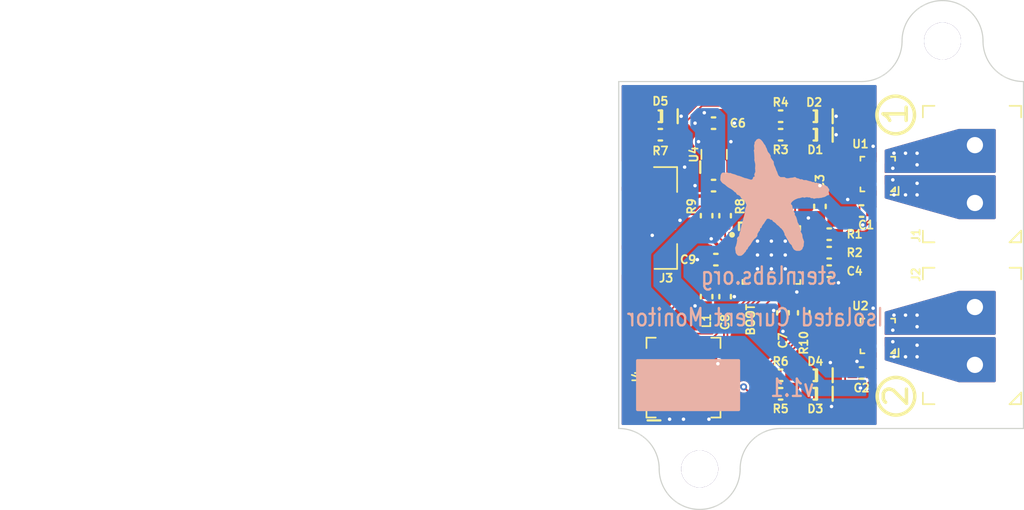
<source format=kicad_pcb>
(kicad_pcb (version 4) (host pcbnew "(2015-12-04 BZR 6348, Git e413c8e)-product")
  (title_block (title "2x Isolated Current Monitor") (date 2015-12-21) (rev 1.1) (company sternlabs) (comment 1 "(c) 2015 Simon Schubert"))
  (layers (0 F.Cu signal) (31 B.Cu signal) (34 B.Paste user) (35 F.Paste user) (36 B.SilkS user) (37 F.SilkS user) (38 B.Mask user) (39 F.Mask user) (44 Edge.Cuts user))
  (net 0 "")
  (net 1 +3V3)
  (net 2 COM)
  (net 3 /CURRENT1)
  (net 4 /CURRENT2)
  (net 5 /VBUS)
  (net 6 "Net-(C8-Pad1)")
  (net 7 "Net-(D1-PadA)")
  (net 8 "Net-(D2-PadA)")
  (net 9 "Net-(D3-PadA)")
  (net 10 "Net-(D4-PadA)")
  (net 11 "Net-(D5-PadA)")
  (net 12 "Net-(R1-Pad1)")
  (net 13 "Net-(R2-Pad1)")
  (net 14 "Net-(J1-Pad1)")
  (net 15 "Net-(J1-Pad2)")
  (net 16 "Net-(J2-Pad1)")
  (net 17 "Net-(J2-Pad2)")
  (net 18 /USBDM)
  (net 19 /USBDP)
  (net 20 /SWDIO)
  (net 21 /SWDCLK)
  (net 22 /UART_TX)
  (net 23 /UART_RX)
  (net 24 /~RESET)
  (net 25 /LED1L)
  (net 26 /LED1H)
  (net 27 /LED2L)
  (net 28 /LED2H)
  (net 29 /LEDACT)
  (net 30 "Net-(R8-Pad2)")
  (net 31 "Net-(R9-Pad2)")
  (net 32 /BOOT0CFG)
  (module libs:SMD-1608 (layer F.Cu) (at 172.2 101.6)
    (fp_text reference C8 (at 0 2.2 90) (layer F.SilkS) (effects (font (size 0.7 0.7))))
    (fp_text value 0.1u hide)
    (pad 1 smd rect (at 0 -0.8) (size 0.9 0.8) (layers F.Cu F.Paste F.Mask) (net 6 "Net-(C8-Pad1)"))
    (pad 2 smd rect (at 0 0.8) (size 0.9 0.8) (layers F.Cu F.Paste F.Mask) (net 2 COM))
  )
  (module libs:SMD-1608 (layer F.Cu) (at 184 94.2 270)
    (fp_text reference C1 (at 1.2 -0.4 360) (layer F.SilkS) (effects (font (size 0.7 0.7))))
    (fp_text value 0.1u hide)
    (pad 1 smd rect (at 0 -0.8 270) (size 0.9 0.8) (layers F.Cu F.Paste F.Mask) (net 1 +3V3))
    (pad 2 smd rect (at 0 0.8 270) (size 0.9 0.8) (layers F.Cu F.Paste F.Mask) (net 2 COM))
  )
  (module libs:SMD-1608 (layer F.Cu) (at 184 108.2 270)
    (fp_text reference C2 (at 1.3 0 360) (layer F.SilkS) (effects (font (size 0.7 0.7))))
    (fp_text value 0.1u hide)
    (pad 1 smd rect (at 0 -0.8 270) (size 0.9 0.8) (layers F.Cu F.Paste F.Mask) (net 1 +3V3))
    (pad 2 smd rect (at 0 0.8 270) (size 0.9 0.8) (layers F.Cu F.Paste F.Mask) (net 2 COM))
  )
  (module libs:SMD-1608 (layer F.Cu) (at 180.4 93.8 180)
    (fp_text reference C3 (at 0 2.1 270) (layer F.SilkS) (effects (font (size 0.7 0.7))))
    (fp_text value 1n hide)
    (pad 1 smd rect (at 0 -0.8 180) (size 0.9 0.8) (layers F.Cu F.Paste F.Mask) (net 3 /CURRENT1))
    (pad 2 smd rect (at 0 0.8 180) (size 0.9 0.8) (layers F.Cu F.Paste F.Mask) (net 2 COM))
  )
  (module libs:SMD-1608 (layer F.Cu) (at 181.2 99.4 90)
    (fp_text reference C4 (at 0 2.2 180) (layer F.SilkS) (effects (font (size 0.7 0.7))))
    (fp_text value 1n hide)
    (pad 1 smd rect (at 0 -0.8 90) (size 0.9 0.8) (layers F.Cu F.Paste F.Mask) (net 4 /CURRENT2))
    (pad 2 smd rect (at 0 0.8 90) (size 0.9 0.8) (layers F.Cu F.Paste F.Mask) (net 2 COM))
  )
  (module libs:SMD-1608 (layer F.Cu) (at 171.2 92 270)
    (fp_text reference C5 (at 0 -2.2 540) (layer F.SilkS) (effects (font (size 0.7 0.7))))
    (fp_text value 1.0u hide)
    (pad 1 smd rect (at 0 -0.8 270) (size 0.9 0.8) (layers F.Cu F.Paste F.Mask) (net 5 /VBUS))
    (pad 2 smd rect (at 0 0.8 270) (size 0.9 0.8) (layers F.Cu F.Paste F.Mask) (net 2 COM))
  )
  (module libs:SMD-1608 (layer F.Cu) (at 171.2 86.6 90)
    (fp_text reference C6 (at 0 2.1 180) (layer F.SilkS) (effects (font (size 0.7 0.7))))
    (fp_text value 1.0u hide)
    (pad 1 smd rect (at 0 -0.8 90) (size 0.9 0.8) (layers F.Cu F.Paste F.Mask) (net 1 +3V3))
    (pad 2 smd rect (at 0 0.8 90) (size 0.9 0.8) (layers F.Cu F.Paste F.Mask) (net 2 COM))
  )
  (module libs:SMD-1608 (layer F.Cu) (at 177.2 103)
    (fp_text reference C7 (at 0 2.4 90) (layer F.SilkS) (effects (font (size 0.7 0.7))))
    (fp_text value 0.1u hide)
    (pad 1 smd rect (at 0 -0.8) (size 0.9 0.8) (layers F.Cu F.Paste F.Mask) (net 1 +3V3))
    (pad 2 smd rect (at 0 0.8) (size 0.9 0.8) (layers F.Cu F.Paste F.Mask) (net 2 COM))
  )
  (module libs:SMD-1608-LED (layer F.Cu) (at 180 87.6 90)
    (fp_text reference D1 (at -1.3 0 180) (layer F.SilkS) (effects (font (size 0.7 0.7))))
    (fp_text value LED hide)
    (pad A smd rect (at 0 -0.8 90) (size 0.9 0.8) (layers F.Cu F.Paste F.Mask) (net 7 "Net-(D1-PadA)"))
    (pad C smd rect (at 0 0.8 90) (size 0.9 0.8) (layers F.Cu F.Paste F.Mask) (net 2 COM))
  )
  (module libs:SMD-1608-LED (layer F.Cu) (at 180 86 90)
    (fp_text reference D2 (at 1.2 -0.1 180) (layer F.SilkS) (effects (font (size 0.7 0.7))))
    (fp_text value LED hide)
    (pad A smd rect (at 0 -0.8 90) (size 0.9 0.8) (layers F.Cu F.Paste F.Mask) (net 8 "Net-(D2-PadA)"))
    (pad C smd rect (at 0 0.8 90) (size 0.9 0.8) (layers F.Cu F.Paste F.Mask) (net 2 COM))
  )
  (module libs:SMD-1608-LED (layer F.Cu) (at 180 110 90)
    (fp_text reference D3 (at -1.3 0 180) (layer F.SilkS) (effects (font (size 0.7 0.7))))
    (fp_text value LED hide)
    (pad A smd rect (at 0 -0.8 90) (size 0.9 0.8) (layers F.Cu F.Paste F.Mask) (net 9 "Net-(D3-PadA)"))
    (pad C smd rect (at 0 0.8 90) (size 0.9 0.8) (layers F.Cu F.Paste F.Mask) (net 2 COM))
  )
  (module libs:SMD-1608-LED (layer F.Cu) (at 180 108.4 90)
    (fp_text reference D4 (at 1.2 0 180) (layer F.SilkS) (effects (font (size 0.7 0.7))))
    (fp_text value LED hide)
    (pad A smd rect (at 0 -0.8 90) (size 0.9 0.8) (layers F.Cu F.Paste F.Mask) (net 10 "Net-(D4-PadA)"))
    (pad C smd rect (at 0 0.8 90) (size 0.9 0.8) (layers F.Cu F.Paste F.Mask) (net 2 COM))
  )
  (module libs:SMD-1608-LED (layer F.Cu) (at 166.6 86 90)
    (fp_text reference D5 (at 1.3 0 180) (layer F.SilkS) (effects (font (size 0.7 0.7))))
    (fp_text value LED hide)
    (pad A smd rect (at 0 -0.8 90) (size 0.9 0.8) (layers F.Cu F.Paste F.Mask) (net 11 "Net-(D5-PadA)"))
    (pad C smd rect (at 0 0.8 90) (size 0.9 0.8) (layers F.Cu F.Paste F.Mask) (net 2 COM))
  )
  (module libs:USB-MICRO-B-FCI-10118192 (layer F.Cu) (at 164.45 94.8 270)
    (fp_text reference J3 (at 5.2 -2.65 360) (layer F.SilkS) (effects (font (size 0.7 0.7))))
    (fp_text value USB-MICROB hide)
    (pad SHIE smd rect (at -3.1 -2.55 270) (size 2.1 1.6) (layers F.Cu F.Paste F.Mask) (net 2 COM))
    (pad SHIE smd rect (at 3.1 -2.55 270) (size 2.1 1.6) (layers F.Cu F.Paste F.Mask) (net 2 COM))
    (pad "" smd rect (at -1.2 0 270) (size 1.9 1.9) (layers F.Cu F.Paste F.Mask))
    (pad "" smd rect (at 1.2 0 270) (size 1.9 1.9) (layers F.Cu F.Paste F.Mask))
    (pad 1 smd rect (at -1.3 -2.675 270) (size 0.4 1.35) (layers F.Cu F.Paste F.Mask) (net 5 /VBUS))
    (pad 2 smd rect (at -0.65 -2.675 270) (size 0.4 1.35) (layers F.Cu F.Paste F.Mask) (net 18 /USBDM))
    (pad 3 smd rect (at 0 -2.675 270) (size 0.4 1.35) (layers F.Cu F.Paste F.Mask) (net 19 /USBDP))
    (pad 4 smd rect (at 0.65 -2.675 270) (size 0.4 1.35) (layers F.Cu F.Paste F.Mask))
    (pad 5 smd rect (at 1.3 -2.675 270) (size 0.4 1.35) (layers F.Cu F.Paste F.Mask) (net 2 COM))
    (pad "" smd rect (at -3.8 0 270) (size 1.8 1.9) (layers F.Cu F.Paste F.Mask))
    (pad "" smd rect (at 3.8 0 270) (size 1.8 1.9) (layers F.Cu F.Paste F.Mask))
  )
  (module libs:SMD-1608 (layer F.Cu) (at 170.6 101.6 180)
    (fp_text reference L1 (at 0 -2.1 270) (layer F.SilkS) (effects (font (size 0.7 0.7))))
    (fp_text value LCORE hide)
    (pad 1 smd rect (at 0 -0.8 180) (size 0.9 0.8) (layers F.Cu F.Paste F.Mask) (net 1 +3V3))
    (pad 2 smd rect (at 0 0.8 180) (size 0.9 0.8) (layers F.Cu F.Paste F.Mask) (net 6 "Net-(C8-Pad1)"))
  )
  (module libs:SMD-1608 (layer F.Cu) (at 181.2 96.2 270)
    (fp_text reference R1 (at 0 -2.2 360) (layer F.SilkS) (effects (font (size 0.7 0.7))))
    (fp_text value 160k hide)
    (pad 1 smd rect (at 0 -0.8 270) (size 0.9 0.8) (layers F.Cu F.Paste F.Mask) (net 12 "Net-(R1-Pad1)"))
    (pad 2 smd rect (at 0 0.8 270) (size 0.9 0.8) (layers F.Cu F.Paste F.Mask) (net 3 /CURRENT1))
  )
  (module libs:SMD-1608 (layer F.Cu) (at 181.2 97.8 270)
    (fp_text reference R2 (at 0 -2.2 360) (layer F.SilkS) (effects (font (size 0.7 0.7))))
    (fp_text value 160k hide)
    (pad 1 smd rect (at 0 -0.8 270) (size 0.9 0.8) (layers F.Cu F.Paste F.Mask) (net 13 "Net-(R2-Pad1)"))
    (pad 2 smd rect (at 0 0.8 270) (size 0.9 0.8) (layers F.Cu F.Paste F.Mask) (net 4 /CURRENT2))
  )
  (module libs:SMD-1608 (layer F.Cu) (at 177 87.6 90)
    (fp_text reference R3 (at -1.3 0 180) (layer F.SilkS) (effects (font (size 0.7 0.7))))
    (fp_text value 1k hide)
    (pad 1 smd rect (at 0 -0.8 90) (size 0.9 0.8) (layers F.Cu F.Paste F.Mask) (net 25 /LED1L))
    (pad 2 smd rect (at 0 0.8 90) (size 0.9 0.8) (layers F.Cu F.Paste F.Mask) (net 7 "Net-(D1-PadA)"))
  )
  (module libs:SMD-1608 (layer F.Cu) (at 177 86 90)
    (fp_text reference R4 (at 1.2 0 180) (layer F.SilkS) (effects (font (size 0.7 0.7))))
    (fp_text value 1k hide)
    (pad 1 smd rect (at 0 -0.8 90) (size 0.9 0.8) (layers F.Cu F.Paste F.Mask) (net 26 /LED1H))
    (pad 2 smd rect (at 0 0.8 90) (size 0.9 0.8) (layers F.Cu F.Paste F.Mask) (net 8 "Net-(D2-PadA)"))
  )
  (module libs:SMD-1608 (layer F.Cu) (at 177 110 90)
    (fp_text reference R5 (at -1.3 0 180) (layer F.SilkS) (effects (font (size 0.7 0.7))))
    (fp_text value 1k hide)
    (pad 1 smd rect (at 0 -0.8 90) (size 0.9 0.8) (layers F.Cu F.Paste F.Mask) (net 27 /LED2L))
    (pad 2 smd rect (at 0 0.8 90) (size 0.9 0.8) (layers F.Cu F.Paste F.Mask) (net 9 "Net-(D3-PadA)"))
  )
  (module libs:SMD-1608 (layer F.Cu) (at 177 108.4 90)
    (fp_text reference R6 (at 1.2 0 180) (layer F.SilkS) (effects (font (size 0.7 0.7))))
    (fp_text value 1k hide)
    (pad 1 smd rect (at 0 -0.8 90) (size 0.9 0.8) (layers F.Cu F.Paste F.Mask) (net 28 /LED2H))
    (pad 2 smd rect (at 0 0.8 90) (size 0.9 0.8) (layers F.Cu F.Paste F.Mask) (net 10 "Net-(D4-PadA)"))
  )
  (module libs:SMD-1608 (layer F.Cu) (at 166.6 87.6 270)
    (fp_text reference R7 (at 1.4 0 360) (layer F.SilkS) (effects (font (size 0.7 0.7))))
    (fp_text value 1k hide)
    (pad 1 smd rect (at 0 -0.8 270) (size 0.9 0.8) (layers F.Cu F.Paste F.Mask) (net 29 /LEDACT))
    (pad 2 smd rect (at 0 0.8 270) (size 0.9 0.8) (layers F.Cu F.Paste F.Mask) (net 11 "Net-(D5-PadA)"))
  )
  (module libs:SMD-1608 (layer F.Cu) (at 172.2 94.6)
    (fp_text reference R8 (at 1.3 -0.8 90) (layer F.SilkS) (effects (font (size 0.7 0.7))))
    (fp_text value 33 hide)
    (pad 1 smd rect (at 0 -0.8) (size 0.9 0.8) (layers F.Cu F.Paste F.Mask) (net 19 /USBDP))
    (pad 2 smd rect (at 0 0.8) (size 0.9 0.8) (layers F.Cu F.Paste F.Mask) (net 30 "Net-(R8-Pad2)"))
  )
  (module libs:SMD-1608 (layer F.Cu) (at 170.6 94.6)
    (fp_text reference R9 (at -1.3 -0.8 90) (layer F.SilkS) (effects (font (size 0.7 0.7))))
    (fp_text value 33 hide)
    (pad 1 smd rect (at 0 -0.8) (size 0.9 0.8) (layers F.Cu F.Paste F.Mask) (net 18 /USBDM))
    (pad 2 smd rect (at 0 0.8) (size 0.9 0.8) (layers F.Cu F.Paste F.Mask) (net 31 "Net-(R9-Pad2)"))
  )
  (module libs:SMD-1608 (layer F.Cu) (at 179 103)
    (fp_text reference R10 (at 0 2.6 90) (layer F.SilkS) (effects (font (size 0.7 0.7))))
    (fp_text value 1k hide)
    (pad 1 smd rect (at 0 -0.8) (size 0.9 0.8) (layers F.Cu F.Paste F.Mask) (net 1 +3V3))
    (pad 2 smd rect (at 0 0.8) (size 0.9 0.8) (layers F.Cu F.Paste F.Mask) (net 24 /~RESET))
  )
  (module libs:acs711ex (layer F.Cu) (at 185.4 91 180)
    (fp_text reference U1 (at 1.5 2.6 180) (layer F.SilkS) (effects (font (size 0.7 0.7))))
    (fp_text value ACS711EX hide)
    (pad 1 smd rect (at -1.25 -0.7 180) (size 1.3 0.4) (layers F.Cu F.Paste F.Mask) (net 14 "Net-(J1-Pad1)"))
    (pad 2 smd rect (at -1.25 -0.3 180) (size 1.3 0.4) (layers F.Cu F.Paste F.Mask) (net 14 "Net-(J1-Pad1)"))
    (pad 3 smd rect (at -1.25 0.3 180) (size 1.3 0.4) (layers F.Cu F.Paste F.Mask) (net 15 "Net-(J1-Pad2)"))
    (pad 4 smd rect (at -1.25 0.7 180) (size 1.3 0.4) (layers F.Cu F.Paste F.Mask) (net 15 "Net-(J1-Pad2)"))
    (pad 5 smd rect (at 0.25 1.45 270) (size 0.85 0.3) (layers F.Cu F.Paste F.Mask) (net 2 COM))
    (pad 6 smd rect (at 0.75 1.45 270) (size 0.85 0.3) (layers F.Cu F.Paste F.Mask))
    (pad 7 smd rect (at 1.45 0.75 180) (size 0.85 0.3) (layers F.Cu F.Paste F.Mask) (net 2 COM))
    (pad 8 smd rect (at 1.45 0.25 180) (size 0.85 0.3) (layers F.Cu F.Paste F.Mask) (net 2 COM))
    (pad 9 smd rect (at 1.45 -0.25 180) (size 0.85 0.3) (layers F.Cu F.Paste F.Mask) (net 2 COM))
    (pad 10 smd rect (at 1.45 -0.75 180) (size 0.85 0.3) (layers F.Cu F.Paste F.Mask) (net 2 COM))
    (pad 11 smd rect (at 0.75 -1.45 270) (size 0.85 0.3) (layers F.Cu F.Paste F.Mask) (net 12 "Net-(R1-Pad1)"))
    (pad 12 smd rect (at 0.25 -1.45 270) (size 0.85 0.3) (layers F.Cu F.Paste F.Mask) (net 1 +3V3))
  )
  (module libs:acs711ex (layer F.Cu) (at 185.4 105 180)
    (fp_text reference U2 (at 1.5 2.6 180) (layer F.SilkS) (effects (font (size 0.7 0.7))))
    (fp_text value ACS711EX hide)
    (pad 1 smd rect (at -1.25 -0.7 180) (size 1.3 0.4) (layers F.Cu F.Paste F.Mask) (net 16 "Net-(J2-Pad1)"))
    (pad 2 smd rect (at -1.25 -0.3 180) (size 1.3 0.4) (layers F.Cu F.Paste F.Mask) (net 16 "Net-(J2-Pad1)"))
    (pad 3 smd rect (at -1.25 0.3 180) (size 1.3 0.4) (layers F.Cu F.Paste F.Mask) (net 17 "Net-(J2-Pad2)"))
    (pad 4 smd rect (at -1.25 0.7 180) (size 1.3 0.4) (layers F.Cu F.Paste F.Mask) (net 17 "Net-(J2-Pad2)"))
    (pad 5 smd rect (at 0.25 1.45 270) (size 0.85 0.3) (layers F.Cu F.Paste F.Mask) (net 2 COM))
    (pad 6 smd rect (at 0.75 1.45 270) (size 0.85 0.3) (layers F.Cu F.Paste F.Mask))
    (pad 7 smd rect (at 1.45 0.75 180) (size 0.85 0.3) (layers F.Cu F.Paste F.Mask) (net 2 COM))
    (pad 8 smd rect (at 1.45 0.25 180) (size 0.85 0.3) (layers F.Cu F.Paste F.Mask) (net 2 COM))
    (pad 9 smd rect (at 1.45 -0.25 180) (size 0.85 0.3) (layers F.Cu F.Paste F.Mask) (net 2 COM))
    (pad 10 smd rect (at 1.45 -0.75 180) (size 0.85 0.3) (layers F.Cu F.Paste F.Mask) (net 2 COM))
    (pad 11 smd rect (at 0.75 -1.45 270) (size 0.85 0.3) (layers F.Cu F.Paste F.Mask) (net 13 "Net-(R2-Pad1)"))
    (pad 12 smd rect (at 0.25 -1.45 270) (size 0.85 0.3) (layers F.Cu F.Paste F.Mask) (net 1 +3V3))
  )
  (module libs:M3-LUG (layer F.Cu) (at 191 79.5)
    (fp_text reference REF** hide)
    (fp_text value M3-LUG hide)
    (pad 1 thru_hole circle (at 0 0) (size 3.2 3.2) (drill 3.2) (layers *.Cu *.Mask))
  )
  (module libs:M3-LUG (layer F.Cu) (at 170 116.5 180)
    (fp_text reference REF** hide)
    (fp_text value M3-LUG hide)
    (pad 1 thru_hole circle (at 0 0 180) (size 3.2 3.2) (drill 3.2) (layers *.Cu *.Mask))
  )
  (module libs:CONN-2x5-1.27-SMT (layer F.Cu) (at 168.6 108.6 180)
    (fp_text reference J4 (at 4.05 0 270) (layer F.SilkS) (effects (font (size 0.7 0.7))))
    (fp_text value JTAG hide)
    (pad 1 smd rect (at 2.54 -2 180) (size 0.76 2.4) (layers F.Cu F.Paste F.Mask) (net 1 +3V3))
    (pad 2 smd rect (at 2.54 2 180) (size 0.76 2.4) (layers F.Cu F.Paste F.Mask) (net 20 /SWDIO))
    (pad 3 smd rect (at 1.27 -2 180) (size 0.76 2.4) (layers F.Cu F.Paste F.Mask) (net 2 COM))
    (pad 4 smd rect (at 1.27 2 180) (size 0.76 2.4) (layers F.Cu F.Paste F.Mask) (net 21 /SWDCLK))
    (pad 5 smd rect (at 0 -2 180) (size 0.76 2.4) (layers F.Cu F.Paste F.Mask) (net 2 COM))
    (pad 6 smd rect (at 0 2 180) (size 0.76 2.4) (layers F.Cu F.Paste F.Mask) (net 22 /UART_TX))
    (pad 7 smd rect (at -1.27 -2 180) (size 0.76 2.4) (layers F.Cu F.Paste F.Mask))
    (pad 8 smd rect (at -1.27 2 180) (size 0.76 2.4) (layers F.Cu F.Paste F.Mask) (net 23 /UART_RX))
    (pad 9 smd rect (at -2.54 -2 180) (size 0.76 2.4) (layers F.Cu F.Paste F.Mask) (net 2 COM))
    (pad 10 smd rect (at -2.54 2 180) (size 0.76 2.4) (layers F.Cu F.Paste F.Mask) (net 24 /~RESET))
  )
  (module libs:SMD-1608 (layer F.Cu) (at 171.4 98.4 270)
    (fp_text reference C9 (at 0 2.4 360) (layer F.SilkS) (effects (font (size 0.7 0.7))))
    (fp_text value 0.1u hide)
    (pad 1 smd rect (at 0 -0.8 270) (size 0.9 0.8) (layers F.Cu F.Paste F.Mask) (net 1 +3V3))
    (pad 2 smd rect (at 0 0.8 270) (size 0.9 0.8) (layers F.Cu F.Paste F.Mask) (net 2 COM))
  )
  (module libs:SC-70-5 (layer F.Cu) (at 171.25 89.3)
    (fp_text reference U4 (at -1.75 0 90) (layer F.SilkS) (effects (font (size 0.7 0.7))))
    (fp_text value MIC5365 hide)
    (pad 1 smd rect (at -0.65 1.1) (size 0.4 0.9) (layers F.Cu F.Paste F.Mask) (net 5 /VBUS))
    (pad 2 smd rect (at 0 1.1) (size 0.4 0.9) (layers F.Cu F.Paste F.Mask) (net 2 COM))
    (pad 3 smd rect (at 0.65 1.1) (size 0.4 0.9) (layers F.Cu F.Paste F.Mask) (net 5 /VBUS))
    (pad 4 smd rect (at 0.65 -1.1) (size 0.4 0.9) (layers F.Cu F.Paste F.Mask) (net 2 COM))
    (pad 5 smd rect (at -0.65 -1.1) (size 0.4 0.9) (layers F.Cu F.Paste F.Mask) (net 1 +3V3))
  )
  (module libs:SMD-1005 (layer F.Cu) (at 175.4 103.6)
    (fp_text reference SJ1 hide)
    (fp_text value BOOT (at -1 0 90) (layer F.SilkS) (effects (font (size 0.7 0.7))))
    (pad 1 smd rect (at 0 -0.5) (size 0.65 0.6) (layers F.Cu F.Mask) (net 32 /BOOT0CFG))
    (pad 2 smd rect (at 0 0.5) (size 0.65 0.6) (layers F.Cu F.Mask) (net 2 COM))
  )
  (module libs:MKL27ZxxVFM4 (layer F.Cu) (at 176.2 98)
    (fp_text reference U3 (at 0 -3.6) (layer F.SilkS) (effects (font (size 0.7 0.7))))
    (fp_text value MKL27ZxxVFM4 hide)
    (pad FLAG smd rect (at 0 0) (size 3.6 3.6) (layers F.Cu F.Mask) (net 2 COM))
    (pad FLAG thru_hole circle (at -1.2 -1.2) (size 0.3 0.3) (drill 0.3) (layers *.Cu) (net 2 COM))
    (pad FLAG thru_hole circle (at -1.2 0) (size 0.3 0.3) (drill 0.3) (layers *.Cu) (net 2 COM))
    (pad FLAG thru_hole circle (at -1.2 1.2) (size 0.3 0.3) (drill 0.3) (layers *.Cu) (net 2 COM))
    (pad FLAG thru_hole circle (at 0 -1.2) (size 0.3 0.3) (drill 0.3) (layers *.Cu) (net 2 COM))
    (pad FLAG thru_hole circle (at 0 0) (size 0.3 0.3) (drill 0.3) (layers *.Cu) (net 2 COM))
    (pad FLAG thru_hole circle (at 0 1.2) (size 0.3 0.3) (drill 0.3) (layers *.Cu) (net 2 COM))
    (pad FLAG thru_hole circle (at 1.2 -1.2) (size 0.3 0.3) (drill 0.3) (layers *.Cu) (net 2 COM))
    (pad FLAG thru_hole circle (at 1.2 0) (size 0.3 0.3) (drill 0.3) (layers *.Cu) (net 2 COM))
    (pad FLAG thru_hole circle (at 1.2 1.2) (size 0.3 0.3) (drill 0.3) (layers *.Cu) (net 2 COM))
    (pad FLAG smd rect (at -0.786396 -0.786396) (size 1.272792 1.272792) (layers F.Cu F.Paste) (net 2 COM))
    (pad FLAG smd rect (at -0.786396 0.786396) (size 1.272792 1.272792) (layers F.Cu F.Paste) (net 2 COM))
    (pad FLAG smd rect (at 0.786396 -0.786396) (size 1.272792 1.272792) (layers F.Cu F.Paste) (net 2 COM))
    (pad FLAG smd rect (at 0.786396 0.786396) (size 1.272792 1.272792) (layers F.Cu F.Paste) (net 2 COM))
    (pad 1 smd oval (at -2.5 -1.75) (size 0.8 0.3) (layers F.Cu F.Paste F.Mask))
    (pad 2 smd oval (at -2.5 -1.25) (size 0.8 0.3) (layers F.Cu F.Paste F.Mask) (net 2 COM))
    (pad 3 smd oval (at -2.5 -0.75) (size 0.8 0.3) (layers F.Cu F.Paste F.Mask) (net 30 "Net-(R8-Pad2)"))
    (pad 4 smd oval (at -2.5 -0.25) (size 0.8 0.3) (layers F.Cu F.Paste F.Mask) (net 31 "Net-(R9-Pad2)"))
    (pad 5 smd oval (at -2.5 0.25) (size 0.8 0.3) (layers F.Cu F.Paste F.Mask) (net 1 +3V3))
    (pad 6 smd oval (at -2.5 0.75) (size 0.8 0.3) (layers F.Cu F.Paste F.Mask))
    (pad 7 smd oval (at -2.5 1.25) (size 0.8 0.3) (layers F.Cu F.Paste F.Mask) (net 6 "Net-(C8-Pad1)"))
    (pad 8 smd oval (at -2.5 1.75) (size 0.8 0.3) (layers F.Cu F.Paste F.Mask) (net 2 COM))
    (pad 9 smd oval (at -1.75 2.5 90) (size 0.8 0.3) (layers F.Cu F.Paste F.Mask))
    (pad 10 smd oval (at -1.25 2.5 90) (size 0.8 0.3) (layers F.Cu F.Paste F.Mask) (net 21 /SWDCLK))
    (pad 11 smd oval (at -0.75 2.5 90) (size 0.8 0.3) (layers F.Cu F.Paste F.Mask) (net 23 /UART_RX))
    (pad 12 smd oval (at -0.25 2.5 90) (size 0.8 0.3) (layers F.Cu F.Paste F.Mask) (net 22 /UART_TX))
    (pad 13 smd oval (at 0.25 2.5 90) (size 0.8 0.3) (layers F.Cu F.Paste F.Mask) (net 20 /SWDIO))
    (pad 14 smd oval (at 0.75 2.5 90) (size 0.8 0.3) (layers F.Cu F.Paste F.Mask) (net 32 /BOOT0CFG))
    (pad 15 smd oval (at 1.25 2.5 90) (size 0.8 0.3) (layers F.Cu F.Paste F.Mask) (net 1 +3V3))
    (pad 16 smd oval (at 1.75 2.5 90) (size 0.8 0.3) (layers F.Cu F.Paste F.Mask) (net 2 COM))
    (pad 17 smd oval (at 2.5 1.75) (size 0.8 0.3) (layers F.Cu F.Paste F.Mask) (net 27 /LED2L))
    (pad 18 smd oval (at 2.5 1.25) (size 0.8 0.3) (layers F.Cu F.Paste F.Mask) (net 28 /LED2H))
    (pad 19 smd oval (at 2.5 0.75) (size 0.8 0.3) (layers F.Cu F.Paste F.Mask) (net 24 /~RESET))
    (pad 20 smd oval (at 2.5 0.25) (size 0.8 0.3) (layers F.Cu F.Paste F.Mask))
    (pad 21 smd oval (at 2.5 -0.25) (size 0.8 0.3) (layers F.Cu F.Paste F.Mask))
    (pad 22 smd oval (at 2.5 -0.75) (size 0.8 0.3) (layers F.Cu F.Paste F.Mask) (net 4 /CURRENT2))
    (pad 23 smd oval (at 2.5 -1.25) (size 0.8 0.3) (layers F.Cu F.Paste F.Mask) (net 3 /CURRENT1))
    (pad 24 smd oval (at 2.5 -1.75) (size 0.8 0.3) (layers F.Cu F.Paste F.Mask) (net 25 /LED1L))
    (pad 25 smd oval (at 1.75 -2.5 90) (size 0.8 0.3) (layers F.Cu F.Paste F.Mask) (net 26 /LED1H))
    (pad 26 smd oval (at 1.25 -2.5 90) (size 0.8 0.3) (layers F.Cu F.Paste F.Mask) (net 29 /LEDACT))
    (pad 27 smd oval (at 0.75 -2.5 90) (size 0.8 0.3) (layers F.Cu F.Paste F.Mask))
    (pad 28 smd oval (at 0.25 -2.5 90) (size 0.8 0.3) (layers F.Cu F.Paste F.Mask))
    (pad 29 smd oval (at -0.25 -2.5 90) (size 0.8 0.3) (layers F.Cu F.Paste F.Mask))
    (pad 30 smd oval (at -0.75 -2.5 90) (size 0.8 0.3) (layers F.Cu F.Paste F.Mask))
    (pad 31 smd oval (at -1.25 -2.5 90) (size 0.8 0.3) (layers F.Cu F.Paste F.Mask))
    (pad 32 smd oval (at -1.75 -2.5 90) (size 0.8 0.3) (layers F.Cu F.Paste F.Mask))
  )
  (module libs:TERM-2-5.0-8.2-PTH (layer F.Cu) (at 193.8 91 90)
    (fp_text reference J1 (at -5.3 -5.1 90) (layer F.SilkS) (effects (font (size 0.7 0.7))))
    (fp_text value CONN-2 hide)
    (pad 1 thru_hole rect (at -2.5 0 90) (size 2.5 3) (drill 1.4) (layers *.Cu *.Mask) (net 14 "Net-(J1-Pad1)") (thermal_gap 0.3))
    (pad 2 thru_hole oval (at 2.5 0 90) (size 2.7 3.2) (drill 1.4) (layers *.Cu *.Mask) (net 15 "Net-(J1-Pad2)") (thermal_gap 0.3))
  )
  (module libs:TERM-2-5.0-8.2-PTH (layer F.Cu) (at 193.8 105 90)
    (fp_text reference J2 (at 5.3 -5.1 90) (layer F.SilkS) (effects (font (size 0.7 0.7))))
    (fp_text value CONN-2 hide)
    (pad 1 thru_hole rect (at -2.5 0 90) (size 2.5 3) (drill 1.4) (layers *.Cu *.Mask) (net 16 "Net-(J2-Pad1)") (thermal_gap 0.3))
    (pad 2 thru_hole oval (at 2.5 0 90) (size 2.7 3.2) (drill 1.4) (layers *.Cu *.Mask) (net 17 "Net-(J2-Pad2)") (thermal_gap 0.3))
  )
  (module libs:starfish2-10 (layer B.Cu) (at 176.5 93 180)
    (fp_text reference G*** hide)
    (fp_text value LOGO hide)
  )
  (gr_text v1.1 (at 178 109.5) (layer B.SilkS) (effects (font (size 1.5 1.2) (thickness 0.2)) (justify mirror)))
  (gr_text "Isolated Current Monitor" (at 174.8 103.4) (layer B.SilkS) (effects (font (size 1.5 1.2) (thickness 0.2)) (justify mirror)))
  (gr_text sternlabs.org (at 176 99.8) (layer B.SilkS) (effects (font (size 1.5 1.2) (thickness 0.2)) (justify mirror)))
  (gr_arc (start 170 116.5) (end 173.5 116.5) (angle 180) (layer Edge.Cuts) (width 0.1))
  (gr_arc (start 177 116.5) (end 173.5 116.5) (angle 90) (layer Edge.Cuts) (width 0.1))
  (gr_arc (start 163 116.5) (end 163 113) (angle 90) (layer Edge.Cuts) (width 0.1))
  (gr_line (start 198 113) (end 177 113) (layer Edge.Cuts) (width 0.1))
  (gr_arc (start 191 79.5) (end 187.5 79.5) (angle 180) (layer Edge.Cuts) (width 0.1))
  (gr_arc (start 198 79.5) (end 198 83) (angle 90) (layer Edge.Cuts) (width 0.1))
  (gr_arc (start 184 79.5) (end 187.5 79.5) (angle 90) (layer Edge.Cuts) (width 0.1))
  (gr_text 2 (at 186.972507 110.162173 90) (layer F.SilkS) (effects (font (size 2 2) (thickness 0.3))))
  (gr_circle (center 186.972507 110.212173) (end 187.272507 108.612173) (layer F.SilkS) (width 0.3))
  (gr_circle (center 186.949545 85.892739) (end 187.249545 84.292739) (layer F.SilkS) (width 0.3))
  (gr_text 1 (at 186.949545 85.792739 90) (layer F.SilkS) (effects (font (size 2 2) (thickness 0.3))))
  (gr_line (start 163 83) (end 184 83) (layer Edge.Cuts) (width 0.1))
  (gr_line (start 163 113) (end 163 83) (layer Edge.Cuts) (width 0.1))
  (gr_line (start 198 83) (end 198 113) (layer Edge.Cuts) (width 0.1))
  (segment (start 170.6 88.2) (end 169.9 88.2) (width 0.3) (layer F.Cu) (net 1))
  (via (at 169.9 88.2) (size 0.6) (drill 0.3) (layers F.Cu B.Cu) (net 1))
  (segment (start 170.4 86.6) (end 170.4 85.7) (width 0.3) (layer F.Cu) (net 1))
  (via (at 170.4 85.7) (size 0.6) (drill 0.3) (layers F.Cu B.Cu) (net 1))
  (segment (start 170.4 86.6) (end 169.6 86.6) (width 0.3) (layer F.Cu) (net 1))
  (via (at 169.6 86.6) (size 0.6) (drill 0.3) (layers F.Cu B.Cu) (net 1))
  (segment (start 172.2 98.4) (end 172.2 97.8) (width 0.3) (layer F.Cu) (net 1))
  (segment (start 172.2 97.8) (end 171 96.6) (width 0.3) (layer F.Cu) (net 1))
  (segment (start 173.7 98.25) (end 172.35 98.25) (width 0.3) (layer F.Cu) (net 1))
  (segment (start 172.35 98.25) (end 172.2 98.4) (width 0.3) (layer F.Cu) (net 1))
  (segment (start 170.6 88.2) (end 170.6 86.8) (width 0.3) (layer F.Cu) (net 1))
  (segment (start 170.6 86.8) (end 170.4 86.6) (width 0.3) (layer F.Cu) (net 1))
  (segment (start 177.2 102.2) (end 179 102.2) (width 0.15) (layer F.Cu) (net 1))
  (segment (start 184.25 109.5) (end 183.9 109.5) (width 0.3) (layer F.Cu) (net 1))
  (segment (start 184.8 108.2) (end 184.8 108.95) (width 0.3) (layer F.Cu) (net 1))
  (segment (start 184.8 108.95) (end 184.25 109.5) (width 0.3) (layer F.Cu) (net 1))
  (via (at 183.9 109.5) (size 0.6) (drill 0.3) (layers F.Cu B.Cu) (net 1))
  (segment (start 184.35 95.4) (end 184.1 95.4) (width 0.3) (layer F.Cu) (net 1))
  (segment (start 184.8 94.95) (end 184.35 95.4) (width 0.3) (layer F.Cu) (net 1))
  (segment (start 184.8 94.2) (end 184.8 94.95) (width 0.3) (layer F.Cu) (net 1))
  (via (at 184.1 95.4) (size 0.6) (drill 0.3) (layers F.Cu B.Cu) (net 1))
  (segment (start 185.15 106.45) (end 185.15 107.85) (width 0.3) (layer F.Cu) (net 1))
  (segment (start 185.15 107.85) (end 184.8 108.2) (width 0.3) (layer F.Cu) (net 1))
  (segment (start 185.15 92.45) (end 185.15 93.85) (width 0.3) (layer F.Cu) (net 1))
  (segment (start 185.15 93.85) (end 184.8 94.2) (width 0.3) (layer F.Cu) (net 1))
  (segment (start 165.15499 105.09573) (end 167.85072 102.4) (width 0.15) (layer F.Cu) (net 1))
  (segment (start 167.85072 102.4) (end 169.6 102.4) (width 0.15) (layer F.Cu) (net 1))
  (segment (start 171 96.6) (end 170.8 96.4) (width 0.3) (layer B.Cu) (net 1))
  (segment (start 170.8 96.4) (end 168.4 96.4) (width 0.3) (layer B.Cu) (net 1))
  (segment (start 168.4 96.4) (end 167.6 97.2) (width 0.3) (layer B.Cu) (net 1))
  (segment (start 167.6 97.2) (end 167.6 100.8) (width 0.3) (layer B.Cu) (net 1))
  (segment (start 167.6 100.8) (end 169.2 102.4) (width 0.3) (layer B.Cu) (net 1))
  (segment (start 169.2 102.4) (end 169.6 102.4) (width 0.3) (layer B.Cu) (net 1))
  (segment (start 166.06 110.6) (end 165.53 110.6) (width 0.15) (layer F.Cu) (net 1))
  (segment (start 165.53 110.6) (end 165.154989 110.224989) (width 0.15) (layer F.Cu) (net 1))
  (segment (start 165.154989 110.224989) (end 165.15499 105.09573) (width 0.15) (layer F.Cu) (net 1))
  (segment (start 176.4 102.8) (end 176.6 102.8) (width 0.3) (layer F.Cu) (net 1))
  (segment (start 169.6 102.4) (end 169.6 102.9) (width 0.3) (layer B.Cu) (net 1))
  (segment (start 169.6 102.9) (end 170.9 104.2) (width 0.3) (layer B.Cu) (net 1))
  (via (at 176.4 102.8) (size 0.6) (drill 0.3) (layers F.Cu B.Cu) (net 1))
  (segment (start 170.9 104.2) (end 175 104.2) (width 0.3) (layer B.Cu) (net 1))
  (segment (start 175 104.2) (end 176.4 102.8) (width 0.3) (layer B.Cu) (net 1))
  (segment (start 176.6 102.8) (end 177.2 102.2) (width 0.3) (layer F.Cu) (net 1))
  (segment (start 169.6 102.4) (end 170.6 102.4) (width 0.3) (layer F.Cu) (net 1))
  (via (at 169.6 102.4) (size 0.6) (drill 0.3) (layers F.Cu B.Cu) (net 1))
  (via (at 171 96.6) (size 0.6) (drill 0.3) (layers F.Cu B.Cu) (net 1))
  (segment (start 177.45 100.5) (end 177.45 101.75) (width 0.3) (layer F.Cu) (net 1))
  (segment (start 177.45 101.75) (end 177.2 102) (width 0.3) (layer F.Cu) (net 1))
  (segment (start 180.4 93) (end 180.4 92) (width 0.15) (layer F.Cu) (net 2))
  (via (at 180.4 92) (size 0.6) (drill 0.3) (layers F.Cu B.Cu) (net 2))
  (segment (start 179.4 94.375736) (end 179.4 94.8) (width 0.15) (layer F.Cu) (net 2))
  (segment (start 180.35 93) (end 179.4 93.95) (width 0.15) (layer F.Cu) (net 2))
  (segment (start 180.4 93) (end 180.35 93) (width 0.15) (layer F.Cu) (net 2))
  (segment (start 179.4 93.95) (end 179.4 94.375736) (width 0.15) (layer F.Cu) (net 2))
  (via (at 179.4 94.8) (size 0.6) (drill 0.3) (layers F.Cu B.Cu) (net 2))
  (segment (start 168.275736 90.4) (end 168.7 90.4) (width 0.15) (layer F.Cu) (net 2))
  (segment (start 168.05 90.4) (end 168.275736 90.4) (width 0.15) (layer F.Cu) (net 2))
  (segment (start 167 91.45) (end 168.05 90.4) (width 0.15) (layer F.Cu) (net 2))
  (segment (start 167 91.7) (end 167 91.45) (width 0.15) (layer F.Cu) (net 2))
  (via (at 168.7 90.4) (size 0.6) (drill 0.3) (layers F.Cu B.Cu) (net 2))
  (segment (start 170.4 92) (end 169.6 92) (width 0.3) (layer F.Cu) (net 2))
  (via (at 169.6 92) (size 0.6) (drill 0.3) (layers F.Cu B.Cu) (net 2))
  (segment (start 167.125 96.1) (end 167.6 96.1) (width 0.3) (layer F.Cu) (net 2))
  (segment (start 167.125 96.1) (end 166.1 96.1) (width 0.3) (layer F.Cu) (net 2))
  (segment (start 166.1 96.1) (end 165.9 96.3) (width 0.3) (layer F.Cu) (net 2))
  (via (at 165.9 96.3) (size 0.6) (drill 0.3) (layers F.Cu B.Cu) (net 2))
  (segment (start 180.8 87.6) (end 181.8 87.6) (width 0.15) (layer F.Cu) (net 2))
  (via (at 181.8 87.6) (size 0.6) (drill 0.3) (layers F.Cu B.Cu) (net 2))
  (segment (start 167.4 86) (end 168.400006 86) (width 0.15) (layer F.Cu) (net 2))
  (via (at 168.400006 86) (size 0.6) (drill 0.3) (layers F.Cu B.Cu) (net 2))
  (segment (start 171.9 88.2) (end 172.7 88.2) (width 0.3) (layer F.Cu) (net 2))
  (via (at 172.7 88.2) (size 0.6) (drill 0.3) (layers F.Cu B.Cu) (net 2))
  (segment (start 172 86.6) (end 173 86.6) (width 0.3) (layer F.Cu) (net 2))
  (via (at 173 86.6) (size 0.6) (drill 0.3) (layers F.Cu B.Cu) (net 2))
  (segment (start 170.6 98.4) (end 169.8 98.4) (width 0.3) (layer F.Cu) (net 2))
  (via (at 169.8 98.4) (size 0.6) (drill 0.3) (layers F.Cu B.Cu) (net 2))
  (segment (start 171.9 88.2) (end 171.9 86.7) (width 0.3) (layer F.Cu) (net 2))
  (segment (start 171.9 86.7) (end 172 86.6) (width 0.3) (layer F.Cu) (net 2))
  (segment (start 177.95 100.5) (end 177.95 100.75) (width 0.3) (layer F.Cu) (net 2))
  (segment (start 177.95 100.75) (end 178.4 101.2) (width 0.3) (layer F.Cu) (net 2))
  (via (at 178.4 101.2) (size 0.6) (drill 0.3) (layers F.Cu B.Cu) (net 2))
  (segment (start 183.95 104.25) (end 183.95 103.225744) (width 0.15) (layer F.Cu) (net 2))
  (segment (start 183.95 103.225744) (end 184.575736 102.600008) (width 0.15) (layer F.Cu) (net 2))
  (segment (start 184.575736 102.600008) (end 185 102.600008) (width 0.15) (layer F.Cu) (net 2))
  (segment (start 183.95 104.75) (end 183.95 104.25) (width 0.15) (layer F.Cu) (net 2))
  (segment (start 183.95 105.25) (end 183.95 104.75) (width 0.15) (layer F.Cu) (net 2))
  (segment (start 183.95 105.75) (end 183.95 105.25) (width 0.15) (layer F.Cu) (net 2))
  (segment (start 171.14 110.6) (end 171.14 111.95) (width 0.15) (layer F.Cu) (net 2))
  (segment (start 171.14 111.95) (end 170.89 112.2) (width 0.15) (layer F.Cu) (net 2))
  (segment (start 170.89 112.2) (end 170.8 112.2) (width 0.15) (layer F.Cu) (net 2))
  (via (at 170.8 112.2) (size 0.6) (drill 0.3) (layers F.Cu B.Cu) (net 2))
  (segment (start 168.6 110.6) (end 168.6 111.95) (width 0.15) (layer F.Cu) (net 2))
  (segment (start 168.6 111.95) (end 168.6 112.2) (width 0.15) (layer F.Cu) (net 2))
  (via (at 168.6 112.2) (size 0.6) (drill 0.3) (layers F.Cu B.Cu) (net 2))
  (segment (start 167.33 110.6) (end 167.33 112.13) (width 0.15) (layer F.Cu) (net 2))
  (segment (start 167.33 112.13) (end 167.4 112.2) (width 0.15) (layer F.Cu) (net 2))
  (via (at 167.4 112.2) (size 0.6) (drill 0.3) (layers F.Cu B.Cu) (net 2))
  (segment (start 183.325 89.275) (end 183.700001 88.899999) (width 0.15) (layer F.Cu) (net 2))
  (segment (start 183.700001 88.899999) (end 184.700011 88.899999) (width 0.15) (layer F.Cu) (net 2))
  (segment (start 184.700011 88.899999) (end 185.00001 88.6) (width 0.15) (layer F.Cu) (net 2))
  (segment (start 183.325 90.2) (end 183.325 89.275) (width 0.15) (layer F.Cu) (net 2))
  (segment (start 183.95 90.25) (end 183.375 90.25) (width 0.15) (layer F.Cu) (net 2))
  (segment (start 183.375 90.25) (end 183.325 90.2) (width 0.15) (layer F.Cu) (net 2))
  (segment (start 183.95 90.75) (end 183.95 90.25) (width 0.15) (layer F.Cu) (net 2))
  (segment (start 183.95 91.25) (end 183.95 90.75) (width 0.15) (layer F.Cu) (net 2))
  (segment (start 183.95 91.75) (end 183.95 91.25) (width 0.15) (layer F.Cu) (net 2))
  (segment (start 180.8 86) (end 181.8 86) (width 0.15) (layer F.Cu) (net 2))
  (via (at 181.8 86) (size 0.6) (drill 0.3) (layers F.Cu B.Cu) (net 2))
  (segment (start 180.8 87.6) (end 180.8 86) (width 0.15) (layer F.Cu) (net 2))
  (segment (start 180.8 110) (end 180.8 110.5) (width 0.15) (layer F.Cu) (net 2))
  (segment (start 180.8 110.5) (end 181.4 111.1) (width 0.15) (layer F.Cu) (net 2))
  (via (at 181.4 111.1) (size 0.6) (drill 0.3) (layers F.Cu B.Cu) (net 2))
  (segment (start 180.8 108.4) (end 180.8 107.8) (width 0.15) (layer F.Cu) (net 2))
  (via (at 181.3 107.3) (size 0.6) (drill 0.3) (layers F.Cu B.Cu) (net 2))
  (segment (start 180.8 107.8) (end 181.3 107.3) (width 0.15) (layer F.Cu) (net 2))
  (segment (start 185.15 88.74999) (end 185.00001 88.6) (width 0.3) (layer F.Cu) (net 2))
  (segment (start 185.15 89.55) (end 185.15 88.74999) (width 0.3) (layer F.Cu) (net 2))
  (via (at 185.00001 88.6) (size 0.6) (drill 0.3) (layers F.Cu B.Cu) (net 2))
  (segment (start 185.15 102.750008) (end 185 102.600008) (width 0.3) (layer F.Cu) (net 2))
  (segment (start 185.15 103.55) (end 185.15 102.750008) (width 0.3) (layer F.Cu) (net 2))
  (via (at 185 102.600008) (size 0.6) (drill 0.3) (layers F.Cu B.Cu) (net 2))
  (segment (start 182 99.4) (end 182 100.399994) (width 0.15) (layer F.Cu) (net 2))
  (via (at 182 100.399994) (size 0.6) (drill 0.3) (layers F.Cu B.Cu) (net 2))
  (segment (start 183.2 108.2) (end 183.2 107.6) (width 0.3) (layer F.Cu) (net 2))
  (segment (start 183.2 107.6) (end 183.6 107.2) (width 0.3) (layer F.Cu) (net 2))
  (via (at 183.6 107.2) (size 0.6) (drill 0.3) (layers F.Cu B.Cu) (net 2))
  (segment (start 183.2 94.2) (end 183.2 93.6) (width 0.3) (layer F.Cu) (net 2))
  (segment (start 183.2 93.6) (end 182.8 93.2) (width 0.3) (layer F.Cu) (net 2))
  (via (at 182.8 93.2) (size 0.6) (drill 0.3) (layers F.Cu B.Cu) (net 2))
  (via (at 168.3 95) (size 0.6) (drill 0.3) (layers F.Cu B.Cu) (net 2))
  (segment (start 167.125 96.1) (end 168.1 96.1) (width 0.3) (layer F.Cu) (net 2))
  (segment (start 168.1 96.1) (end 168.6 95.6) (width 0.3) (layer F.Cu) (net 2))
  (segment (start 168.3 95.3) (end 168.3 95) (width 0.3) (layer F.Cu) (net 2))
  (segment (start 168.6 95.6) (end 168.3 95.3) (width 0.3) (layer F.Cu) (net 2))
  (segment (start 173 100) (end 173 101.6) (width 0.3) (layer F.Cu) (net 2))
  (segment (start 173.25 99.75) (end 173 100) (width 0.3) (layer F.Cu) (net 2))
  (segment (start 173.7 99.75) (end 173.25 99.75) (width 0.3) (layer F.Cu) (net 2))
  (segment (start 172.2 102.4) (end 173 101.6) (width 0.3) (layer F.Cu) (net 2))
  (via (at 173 101.6) (size 0.6) (drill 0.3) (layers F.Cu B.Cu) (net 2))
  (segment (start 177.2 103.8) (end 177.2 104.6) (width 0.3) (layer F.Cu) (net 2))
  (via (at 177.2 104.6) (size 0.6) (drill 0.3) (layers F.Cu B.Cu) (net 2))
  (segment (start 173.15 96.75) (end 172.8 96.4) (width 0.3) (layer F.Cu) (net 2))
  (segment (start 173.7 96.75) (end 173.15 96.75) (width 0.3) (layer F.Cu) (net 2))
  (segment (start 173.7 96.75) (end 174.95 96.75) (width 0.3) (layer F.Cu) (net 2))
  (segment (start 174.95 96.75) (end 175 96.8) (width 0.3) (layer F.Cu) (net 2))
  (segment (start 173.7 99.75) (end 174.45 99.75) (width 0.3) (layer F.Cu) (net 2))
  (segment (start 174.45 99.75) (end 175 99.2) (width 0.3) (layer F.Cu) (net 2))
  (segment (start 177.95 100.5) (end 177.95 99.75) (width 0.3) (layer F.Cu) (net 2))
  (segment (start 177.95 99.75) (end 177.4 99.2) (width 0.3) (layer F.Cu) (net 2))
  (segment (start 180.4 96.2) (end 180.4 94.6) (width 0.15) (layer F.Cu) (net 3))
  (segment (start 178.7 96.75) (end 179.85 96.75) (width 0.15) (layer F.Cu) (net 3))
  (segment (start 179.85 96.75) (end 180.4 96.2) (width 0.15) (layer F.Cu) (net 3))
  (segment (start 180.4 97.8) (end 180.4 99.4) (width 0.15) (layer F.Cu) (net 4))
  (segment (start 178.7 97.25) (end 179.85 97.25) (width 0.15) (layer F.Cu) (net 4))
  (segment (start 179.85 97.25) (end 180.4 97.8) (width 0.15) (layer F.Cu) (net 4))
  (segment (start 172 92) (end 172 90.5) (width 0.15) (layer F.Cu) (net 5))
  (segment (start 172 90.5) (end 171.9 90.4) (width 0.15) (layer F.Cu) (net 5))
  (segment (start 170.6 90.4) (end 170.6 91.15) (width 0.3) (layer F.Cu) (net 5))
  (segment (start 170.6 91.15) (end 170.699999 91.249999) (width 0.3) (layer F.Cu) (net 5))
  (segment (start 170.699999 91.249999) (end 171.3 91.25) (width 0.3) (layer F.Cu) (net 5))
  (segment (start 171.3 91.25) (end 172 91.95) (width 0.3) (layer F.Cu) (net 5))
  (segment (start 172 91.95) (end 172 92) (width 0.3) (layer F.Cu) (net 5))
  (segment (start 167.125 93.5) (end 169.3 93.5) (width 0.3) (layer F.Cu) (net 5))
  (segment (start 172 92.05) (end 172 92) (width 0.3) (layer F.Cu) (net 5))
  (segment (start 169.3 93.5) (end 169.9 92.9) (width 0.3) (layer F.Cu) (net 5))
  (segment (start 171.15 92.9) (end 172 92.05) (width 0.3) (layer F.Cu) (net 5))
  (segment (start 169.9 92.9) (end 171.15 92.9) (width 0.3) (layer F.Cu) (net 5))
  (segment (start 170.6 100.8) (end 172.2 100.8) (width 0.3) (layer F.Cu) (net 6))
  (segment (start 173.7 99.25) (end 173 99.25) (width 0.3) (layer F.Cu) (net 6))
  (segment (start 172.2 100.05) (end 172.2 100.8) (width 0.3) (layer F.Cu) (net 6))
  (segment (start 173 99.25) (end 172.2 100.05) (width 0.3) (layer F.Cu) (net 6))
  (segment (start 179.2 87.6) (end 177.8 87.6) (width 0.15) (layer F.Cu) (net 7))
  (segment (start 177.8 86) (end 179.2 86) (width 0.15) (layer F.Cu) (net 8))
  (segment (start 179.2 110) (end 177.8 110) (width 0.15) (layer F.Cu) (net 9))
  (segment (start 179.2 108.4) (end 177.8 108.4) (width 0.15) (layer F.Cu) (net 10))
  (segment (start 165.8 87.6) (end 165.8 86) (width 0.15) (layer F.Cu) (net 11))
  (segment (start 184.65 92.45) (end 184.65 92.725) (width 0.15) (layer F.Cu) (net 12))
  (segment (start 184.65 92.725) (end 183.825001 93.549999) (width 0.15) (layer F.Cu) (net 12))
  (segment (start 183.825001 93.549999) (end 183.825001 94.924999) (width 0.15) (layer F.Cu) (net 12))
  (segment (start 183.825001 94.924999) (end 182.55 96.2) (width 0.15) (layer F.Cu) (net 12))
  (segment (start 182.55 96.2) (end 182 96.2) (width 0.15) (layer F.Cu) (net 12))
  (segment (start 184.65 106.45) (end 184.65 107.025) (width 0.15) (layer F.Cu) (net 13))
  (segment (start 184.65 107.025) (end 183.825001 107.849999) (width 0.15) (layer F.Cu) (net 13))
  (segment (start 182.625001 100.024999) (end 182.625001 98.475001) (width 0.15) (layer F.Cu) (net 13))
  (segment (start 182.625001 98.475001) (end 182 97.85) (width 0.15) (layer F.Cu) (net 13))
  (segment (start 183.825001 107.849999) (end 183.825001 108.830001) (width 0.15) (layer F.Cu) (net 13))
  (segment (start 183.825001 108.830001) (end 183.780001 108.875001) (width 0.15) (layer F.Cu) (net 13))
  (segment (start 183.780001 108.875001) (end 182.619999 108.875001) (width 0.15) (layer F.Cu) (net 13))
  (segment (start 182.619999 108.875001) (end 182.574999 108.830001) (width 0.15) (layer F.Cu) (net 13))
  (segment (start 182 97.85) (end 182 97.8) (width 0.15) (layer F.Cu) (net 13))
  (segment (start 182.574999 108.830001) (end 182.574999 100.075001) (width 0.15) (layer F.Cu) (net 13))
  (segment (start 182.574999 100.075001) (end 182.625001 100.024999) (width 0.15) (layer F.Cu) (net 13))
  (segment (start 188.8 91.8) (end 187 91.8) (width 0.15) (layer B.Cu) (net 14))
  (via (at 186.8 92.8) (size 0.6) (drill 0.3) (layers F.Cu B.Cu) (net 14))
  (segment (start 186.65 92.65) (end 186.8 92.8) (width 0.15) (layer F.Cu) (net 14))
  (segment (start 186.65 91.3) (end 186.65 92.65) (width 0.15) (layer F.Cu) (net 14))
  (via (at 187.8 92.8) (size 0.6) (drill 0.3) (layers F.Cu B.Cu) (net 14))
  (segment (start 186.8 92.8) (end 187.8 92.8) (width 0.15) (layer B.Cu) (net 14))
  (via (at 188.8 92.8) (size 0.6) (drill 0.3) (layers F.Cu B.Cu) (net 14))
  (segment (start 187.8 92.8) (end 188.8 92.8) (width 0.15) (layer F.Cu) (net 14))
  (via (at 188.8 91.8) (size 0.6) (drill 0.3) (layers F.Cu B.Cu) (net 14))
  (segment (start 188.8 92.8) (end 188.8 91.8) (width 0.15) (layer B.Cu) (net 14))
  (segment (start 186.7 91.5) (end 186.65 91.7) (width 0.15) (layer F.Cu) (net 14))
  (via (at 186.7 91.5) (size 0.6) (drill 0.3) (layers F.Cu B.Cu) (net 14))
  (segment (start 187 91.8) (end 186.7 91.5) (width 0.15) (layer B.Cu) (net 14))
  (segment (start 186.65 90.7) (end 186.65 90.55) (width 0.15) (layer F.Cu) (net 15))
  (segment (start 186.65 90.55) (end 186.7 90.5) (width 0.15) (layer F.Cu) (net 15))
  (via (at 186.7 90.5) (size 0.6) (drill 0.3) (layers F.Cu B.Cu) (net 15))
  (segment (start 186.7 90.5) (end 187 90.2) (width 0.15) (layer B.Cu) (net 15))
  (segment (start 187 90.2) (end 188.8 90.2) (width 0.15) (layer B.Cu) (net 15))
  (via (at 188.8 90.2) (size 0.6) (drill 0.3) (layers F.Cu B.Cu) (net 15))
  (segment (start 188.8 90.2) (end 188.8 89.2) (width 0.15) (layer F.Cu) (net 15))
  (via (at 188.8 89.2) (size 0.6) (drill 0.3) (layers F.Cu B.Cu) (net 15))
  (segment (start 188.8 89.2) (end 187.8 89.2) (width 0.15) (layer B.Cu) (net 15))
  (via (at 187.8 89.2) (size 0.6) (drill 0.3) (layers F.Cu B.Cu) (net 15))
  (segment (start 187.8 89.2) (end 186.8 89.2) (width 0.15) (layer F.Cu) (net 15))
  (via (at 186.8 89.2) (size 0.6) (drill 0.3) (layers F.Cu B.Cu) (net 15))
  (segment (start 186.65 105.7) (end 186.65 105.55) (width 0.15) (layer F.Cu) (net 16))
  (segment (start 186.65 105.55) (end 186.7 105.5) (width 0.15) (layer F.Cu) (net 16))
  (via (at 186.7 105.5) (size 0.6) (drill 0.3) (layers F.Cu B.Cu) (net 16))
  (segment (start 186.7 105.5) (end 187 105.8) (width 0.15) (layer B.Cu) (net 16))
  (segment (start 187 105.8) (end 188.8 105.8) (width 0.15) (layer B.Cu) (net 16))
  (via (at 188.8 105.8) (size 0.6) (drill 0.3) (layers F.Cu B.Cu) (net 16))
  (segment (start 188.8 105.8) (end 188.8 106.8) (width 0.15) (layer F.Cu) (net 16))
  (via (at 188.8 106.8) (size 0.6) (drill 0.3) (layers F.Cu B.Cu) (net 16))
  (segment (start 188.8 106.8) (end 187.8 106.8) (width 0.15) (layer B.Cu) (net 16))
  (via (at 187.8 106.8) (size 0.6) (drill 0.3) (layers F.Cu B.Cu) (net 16))
  (segment (start 187.8 106.8) (end 186.8 106.8) (width 0.15) (layer F.Cu) (net 16))
  (via (at 186.8 106.8) (size 0.6) (drill 0.3) (layers F.Cu B.Cu) (net 16))
  (segment (start 186.65 104.7) (end 186.65 104.55) (width 0.15) (layer F.Cu) (net 17))
  (segment (start 186.65 104.55) (end 186.7 104.5) (width 0.15) (layer F.Cu) (net 17))
  (via (at 186.7 104.5) (size 0.6) (drill 0.3) (layers F.Cu B.Cu) (net 17))
  (segment (start 186.7 104.5) (end 187 104.2) (width 0.15) (layer B.Cu) (net 17))
  (segment (start 187 104.2) (end 188.8 104.2) (width 0.15) (layer B.Cu) (net 17))
  (via (at 188.8 104.2) (size 0.6) (drill 0.3) (layers F.Cu B.Cu) (net 17))
  (segment (start 188.8 104.2) (end 188.8 103.2) (width 0.15) (layer F.Cu) (net 17))
  (via (at 188.8 103.2) (size 0.6) (drill 0.3) (layers F.Cu B.Cu) (net 17))
  (segment (start 188.8 103.2) (end 187.8 103.2) (width 0.15) (layer B.Cu) (net 17))
  (via (at 187.8 103.2) (size 0.6) (drill 0.3) (layers F.Cu B.Cu) (net 17))
  (segment (start 187.8 103.2) (end 186.8 103.2) (width 0.15) (layer F.Cu) (net 17))
  (via (at 186.8 103.2) (size 0.6) (drill 0.3) (layers F.Cu B.Cu) (net 17))
  (segment (start 170.6 93.8) (end 170 93.8) (width 0.15) (layer F.Cu) (net 18))
  (segment (start 170 93.8) (end 169.65 94.15) (width 0.15) (layer F.Cu) (net 18))
  (segment (start 169.65 94.15) (end 167.275 94.15) (width 0.15) (layer F.Cu) (net 18))
  (segment (start 168.047998 94.474998) (end 171.475002 94.474998) (width 0.15) (layer F.Cu) (net 19))
  (segment (start 167.125 94.8) (end 167.722996 94.8) (width 0.15) (layer F.Cu) (net 19))
  (segment (start 167.722996 94.8) (end 168.047998 94.474998) (width 0.15) (layer F.Cu) (net 19))
  (segment (start 171.475002 94.474998) (end 172.15 93.8) (width 0.15) (layer F.Cu) (net 19))
  (segment (start 172.15 93.8) (end 172.2 93.8) (width 0.15) (layer F.Cu) (net 19))
  (segment (start 176.45 100.5) (end 176.45 100.780344) (width 0.15) (layer F.Cu) (net 20))
  (segment (start 176.029612 101.12501) (end 175.729603 101.425019) (width 0.15) (layer F.Cu) (net 20))
  (segment (start 176.45 100.780344) (end 176.105334 101.12501) (width 0.15) (layer F.Cu) (net 20))
  (segment (start 176.105334 101.12501) (end 176.029612 101.12501) (width 0.15) (layer F.Cu) (net 20))
  (segment (start 172.4 104.748556) (end 172.4 107.749281) (width 0.15) (layer F.Cu) (net 20))
  (segment (start 166.06 107.42) (end 166.06 106.6) (width 0.15) (layer F.Cu) (net 20))
  (segment (start 175.729603 101.425019) (end 175.723536 101.42502) (width 0.15) (layer F.Cu) (net 20))
  (segment (start 175.723536 101.42502) (end 172.4 104.748556) (width 0.15) (layer F.Cu) (net 20))
  (segment (start 171.824269 108.325012) (end 166.965012 108.325012) (width 0.15) (layer F.Cu) (net 20))
  (segment (start 172.4 107.749281) (end 171.824269 108.325012) (width 0.15) (layer F.Cu) (net 20))
  (segment (start 166.965012 108.325012) (end 166.06 107.42) (width 0.15) (layer F.Cu) (net 20))
  (segment (start 174.95 100.925722) (end 174.95 100.5) (width 0.15) (layer F.Cu) (net 21))
  (segment (start 168.31 104.8) (end 171.075722 104.8) (width 0.15) (layer F.Cu) (net 21))
  (segment (start 167.33 105.78) (end 168.31 104.8) (width 0.15) (layer F.Cu) (net 21))
  (segment (start 171.075722 104.8) (end 174.95 100.925722) (width 0.15) (layer F.Cu) (net 21))
  (segment (start 167.33 106.6) (end 167.33 105.78) (width 0.15) (layer F.Cu) (net 21))
  (segment (start 175.95 100.5) (end 175.95 100.780344) (width 0.15) (layer F.Cu) (net 22))
  (segment (start 175.95 100.780344) (end 175.605334 101.12501) (width 0.15) (layer F.Cu) (net 22))
  (segment (start 175.605334 101.12501) (end 175.599268 101.12501) (width 0.15) (layer F.Cu) (net 22))
  (segment (start 168.6 106.6) (end 168.6 107.42) (width 0.15) (layer F.Cu) (net 22))
  (segment (start 172.099989 107.625013) (end 172.099989 104.624289) (width 0.15) (layer F.Cu) (net 22))
  (segment (start 171.700001 108.025001) (end 172.099989 107.625013) (width 0.15) (layer F.Cu) (net 22))
  (segment (start 168.6 107.42) (end 169.205001 108.025001) (width 0.15) (layer F.Cu) (net 22))
  (segment (start 169.205001 108.025001) (end 171.700001 108.025001) (width 0.15) (layer F.Cu) (net 22))
  (segment (start 172.099989 104.624289) (end 175.599268 101.12501) (width 0.15) (layer F.Cu) (net 22))
  (segment (start 175.45 100.85) (end 175.45 100.5) (width 0.15) (layer F.Cu) (net 23))
  (segment (start 171.199989 105.100011) (end 175.45 100.85) (width 0.15) (layer F.Cu) (net 23))
  (segment (start 169.87 105.78) (end 170.549989 105.100011) (width 0.15) (layer F.Cu) (net 23))
  (segment (start 169.87 106.6) (end 169.87 105.78) (width 0.15) (layer F.Cu) (net 23))
  (segment (start 170.549989 105.100011) (end 171.199989 105.100011) (width 0.15) (layer F.Cu) (net 23))
  (segment (start 174.099999 109.699999) (end 173.8 109.4) (width 0.15) (layer F.Cu) (net 24))
  (segment (start 175.4 111) (end 174.099999 109.699999) (width 0.15) (layer F.Cu) (net 24))
  (segment (start 176.455002 111) (end 175.4 111) (width 0.15) (layer F.Cu) (net 24))
  (segment (start 177 110.455002) (end 176.455002 111) (width 0.15) (layer F.Cu) (net 24))
  (segment (start 177 107.223555) (end 177 110.455002) (width 0.15) (layer F.Cu) (net 24))
  (segment (start 179 105.223555) (end 177 107.223555) (width 0.15) (layer F.Cu) (net 24))
  (segment (start 179 103.8) (end 179 105.223555) (width 0.15) (layer F.Cu) (net 24))
  (segment (start 173.574979 109.4) (end 173.8 109.4) (width 0.15) (layer B.Cu) (net 24))
  (segment (start 171.574979 107.4) (end 173.574979 109.4) (width 0.15) (layer B.Cu) (net 24))
  (via (at 173.8 109.4) (size 0.6) (drill 0.3) (layers F.Cu B.Cu) (net 24))
  (segment (start 171.14 106.6) (end 171.14 106.965021) (width 0.15) (layer F.Cu) (net 24))
  (segment (start 171.14 106.965021) (end 171.574979 107.4) (width 0.15) (layer F.Cu) (net 24))
  (via (at 171.574979 107.4) (size 0.6) (drill 0.3) (layers F.Cu B.Cu) (net 24))
  (segment (start 178.7 98.75) (end 179.25 98.75) (width 0.15) (layer F.Cu) (net 24))
  (segment (start 180.275021 103.124979) (end 179.6 103.8) (width 0.15) (layer F.Cu) (net 24))
  (segment (start 179.25 98.75) (end 179.675001 99.175001) (width 0.15) (layer F.Cu) (net 24))
  (segment (start 179.675001 99.175001) (end 179.675001 100.426444) (width 0.15) (layer F.Cu) (net 24))
  (segment (start 179.675001 100.426444) (end 180.275022 101.026465) (width 0.15) (layer F.Cu) (net 24))
  (segment (start 180.275022 101.026465) (end 180.275021 103.124979) (width 0.15) (layer F.Cu) (net 24))
  (segment (start 179.6 103.8) (end 179 103.8) (width 0.15) (layer F.Cu) (net 24))
  (segment (start 178.25001 94.4) (end 178.7 94.84999) (width 0.15) (layer F.Cu) (net 25))
  (segment (start 178.7 94.84999) (end 178.7 96.25) (width 0.15) (layer F.Cu) (net 25))
  (segment (start 178.25001 90.480734) (end 178.25001 94.4) (width 0.15) (layer F.Cu) (net 25))
  (segment (start 176.2 88.430724) (end 178.25001 90.480734) (width 0.15) (layer F.Cu) (net 25))
  (segment (start 176.2 87.6) (end 176.2 88.430724) (width 0.15) (layer F.Cu) (net 25))
  (segment (start 177.95 95.5) (end 177.95 90.605002) (width 0.15) (layer F.Cu) (net 26))
  (segment (start 177.95 90.605002) (end 175.574999 88.230001) (width 0.15) (layer F.Cu) (net 26))
  (segment (start 175.574999 88.230001) (end 175.574999 86.675001) (width 0.15) (layer F.Cu) (net 26))
  (segment (start 175.574999 86.675001) (end 176.2 86.05) (width 0.15) (layer F.Cu) (net 26))
  (segment (start 176.2 86.05) (end 176.2 86) (width 0.15) (layer F.Cu) (net 26))
  (segment (start 176.2 109.95) (end 176.2 110) (width 0.15) (layer F.Cu) (net 27))
  (segment (start 175.574999 109.324999) (end 176.2 109.95) (width 0.15) (layer F.Cu) (net 27))
  (segment (start 175.574999 107.8) (end 175.574999 109.324999) (width 0.15) (layer F.Cu) (net 27))
  (segment (start 177.875001 103.124999) (end 177.875001 105.499998) (width 0.15) (layer F.Cu) (net 27))
  (segment (start 177.875001 105.499998) (end 175.574999 107.8) (width 0.15) (layer F.Cu) (net 27))
  (segment (start 179.675001 101.619999) (end 179.675001 102.780001) (width 0.15) (layer F.Cu) (net 27))
  (segment (start 179.630001 102.825001) (end 178.174999 102.825001) (width 0.15) (layer F.Cu) (net 27))
  (segment (start 179.675001 102.780001) (end 179.630001 102.825001) (width 0.15) (layer F.Cu) (net 27))
  (segment (start 178.7 100.644998) (end 179.675001 101.619999) (width 0.15) (layer F.Cu) (net 27))
  (segment (start 178.7 99.75) (end 178.7 100.644998) (width 0.15) (layer F.Cu) (net 27))
  (segment (start 178.174999 102.825001) (end 177.875001 103.124999) (width 0.15) (layer F.Cu) (net 27))
  (segment (start 179.930012 102.949269) (end 179.930011 102.949269) (width 0.15) (layer F.Cu) (net 28))
  (segment (start 179.930011 102.949269) (end 179.75427 103.12501) (width 0.15) (layer F.Cu) (net 28))
  (segment (start 179.975012 102) (end 179.975012 102.904269) (width 0.15) (layer F.Cu) (net 28))
  (segment (start 179.975012 101.800731) (end 179.975012 102) (width 0.15) (layer F.Cu) (net 28))
  (segment (start 179.975012 102) (end 179.975012 101.150733) (width 0.15) (layer F.Cu) (net 28))
  (segment (start 179.975012 101.150733) (end 179.325011 100.500732) (width 0.15) (layer F.Cu) (net 28))
  (segment (start 179.325011 100.500732) (end 179.32501 100.500732) (width 0.15) (layer F.Cu) (net 28))
  (segment (start 179.975012 102.904269) (end 179.930012 102.949269) (width 0.15) (layer F.Cu) (net 28))
  (segment (start 179.930012 102.949269) (end 179.900011 102.97927) (width 0.15) (layer F.Cu) (net 28))
  (segment (start 176.2 107.599277) (end 176.2 108.4) (width 0.15) (layer F.Cu) (net 28))
  (segment (start 178.474989 103.125011) (end 178.175011 103.424989) (width 0.15) (layer F.Cu) (net 28))
  (segment (start 178.175011 105.624266) (end 176.2 107.599277) (width 0.15) (layer F.Cu) (net 28))
  (segment (start 179.75427 103.12501) (end 179.554269 103.125011) (width 0.15) (layer F.Cu) (net 28))
  (segment (start 179.554269 103.125011) (end 178.474989 103.125011) (width 0.15) (layer F.Cu) (net 28))
  (segment (start 178.175011 103.424989) (end 178.175011 105.624266) (width 0.15) (layer F.Cu) (net 28))
  (segment (start 178.7 99.25) (end 179.25 99.25) (width 0.15) (layer F.Cu) (net 28))
  (segment (start 179.32501 99.32501) (end 179.32501 100.500732) (width 0.15) (layer F.Cu) (net 28))
  (segment (start 179.25 99.25) (end 179.32501 99.32501) (width 0.15) (layer F.Cu) (net 28))
  (segment (start 179.32501 100.500732) (end 179.624278 100.8) (width 0.15) (layer F.Cu) (net 28))
  (segment (start 179.624278 100.8) (end 179.900011 101.075732) (width 0.15) (layer F.Cu) (net 28))
  (segment (start 176.2 108.35) (end 176.2 108.4) (width 0.15) (layer F.Cu) (net 28))
  (segment (start 177.45 95.5) (end 177.45 90.52928) (width 0.15) (layer F.Cu) (net 29))
  (segment (start 177.45 90.52928) (end 175.2 88.27928) (width 0.15) (layer F.Cu) (net 29))
  (segment (start 175.2 88.27928) (end 175.2 88.022998) (width 0.15) (layer F.Cu) (net 29))
  (segment (start 172.277002 85.1) (end 170.2 85.1) (width 0.15) (layer F.Cu) (net 29))
  (segment (start 175.2 88.022998) (end 172.277002 85.1) (width 0.15) (layer F.Cu) (net 29))
  (segment (start 170.2 85.1) (end 167.7 87.6) (width 0.15) (layer F.Cu) (net 29))
  (segment (start 167.7 87.6) (end 167.5 87.6) (width 0.15) (layer F.Cu) (net 29))
  (segment (start 167.5 87.6) (end 167.4 87.6) (width 0.15) (layer F.Cu) (net 29))
  (segment (start 172.2 96.4) (end 173 97.2) (width 0.15) (layer F.Cu) (net 30))
  (segment (start 172.2 95.4) (end 172.2 96.4) (width 0.15) (layer F.Cu) (net 30))
  (segment (start 173 97.2) (end 173.65 97.2) (width 0.15) (layer F.Cu) (net 30))
  (segment (start 173.65 97.2) (end 173.7 97.25) (width 0.15) (layer F.Cu) (net 30))
  (segment (start 170.65 95.4) (end 170.6 95.4) (width 0.15) (layer F.Cu) (net 31))
  (segment (start 171.2 95.95) (end 170.65 95.4) (width 0.15) (layer F.Cu) (net 31))
  (segment (start 172.95 97.75) (end 171.2 96) (width 0.15) (layer F.Cu) (net 31))
  (segment (start 173.7 97.75) (end 172.95 97.75) (width 0.15) (layer F.Cu) (net 31))
  (segment (start 171.2 96) (end 171.2 95.95) (width 0.15) (layer F.Cu) (net 31))
  (segment (start 176.95 100.5) (end 176.95 101.05) (width 0.15) (layer F.Cu) (net 32))
  (segment (start 176.95 101.05) (end 175.4 102.6) (width 0.15) (layer F.Cu) (net 32))
  (segment (start 175.4 102.6) (end 175.4 102.65) (width 0.15) (layer F.Cu) (net 32))
  (segment (start 175.4 102.65) (end 175.4 103.1) (width 0.15) (layer F.Cu) (net 32))
  (zone (net 2) (net_name COM) (layer F.Cu) (connect_pads yes (clearance 0.2)) (min_thickness 0.2) (fill yes (arc_segments 32) (thermal_gap 0.2) (thermal_bridge_width 0.3) (smoothing chamfer))
    (polygon (pts (xy 159.8 112.7) (xy 159.8 83.3) (xy 185.3 83.3) (xy 185.3 112.7)))
  )
  (zone (net 2) (net_name COM) (layer B.Cu) (connect_pads yes (clearance 0.2)) (min_thickness 0.2) (fill yes (arc_segments 32) (thermal_gap 0.2) (thermal_bridge_width 0.3) (smoothing chamfer))
    (polygon (pts (xy 159.8 112.7) (xy 159.8 83.3) (xy 185.3 83.3) (xy 185.3 107.7) (xy 185.3 112.7)))
  )
  (zone (net 14) (net_name "Net-(J1-Pad1)") (layer F.Cu) (priority 1) (connect_pads yes (clearance 0.2)) (min_thickness 0.2) (fill yes (arc_segments 32) (thermal_gap 0.2) (thermal_bridge_width 0.3) (smoothing chamfer))
    (polygon (pts (xy 186 91.1) (xy 195.6 91.1) (xy 195.6 94.9) (xy 192.4 94.9) (xy 186 93.1)))
  )
  (zone (net 17) (net_name "Net-(J2-Pad2)") (layer F.Cu) (priority 1) (connect_pads yes (clearance 0.2)) (min_thickness 0.2) (fill yes (arc_segments 32) (thermal_gap 0.2) (thermal_bridge_width 0.3) (smoothing chamfer))
    (polygon (pts (xy 186 104.9) (xy 186 102.9) (xy 192.4 101.1) (xy 195.6 101.1) (xy 195.6 104.9)))
  )
  (zone (net 1) (net_name +3V3) (layer B.Cu) (priority 1) (connect_pads (clearance 0.2)) (min_thickness 0.2) (fill yes (arc_segments 32) (thermal_gap 0.2) (thermal_bridge_width 0.3) (smoothing chamfer))
    (polygon (pts (xy 171.4 97) (xy 169.8 97) (xy 168.4 98.4) (xy 168.4 100) (xy 170.6 102.2) (xy 176.6 102.2) (xy 176.8 102.4) (xy 176.8 104.8) (xy 180.8 108.8) (xy 184.4 108.8) (xy 184.4 110.2) (xy 179.4 110.2) (xy 174 104.8) (xy 170.1 104.8) (xy 166 100.7) (xy 166 98) (xy 170.1 93.9) (xy 170.1 89.4) (xy 169.6 88.9) (xy 169.6 87.4) (xy 169.2 87) (xy 169.2 85.9) (xy 169.805776 85.3) (xy 171.6 85.3) (xy 172.2 85.9) (xy 172.2 91.2) (xy 173.6 92.6) (xy 181 92.6) (xy 182.2 93.8) (xy 183.6 93.8) (xy 184.4 94.6) (xy 184.4 95.8) (xy 182 95.8) (xy 180.2 94) (xy 174.2 94) (xy 171.4 97)))
  )
  (zone (net 16) (net_name "Net-(J2-Pad1)") (layer F.Cu) (priority 1) (connect_pads yes (clearance 0.2)) (min_thickness 0.2) (fill yes (arc_segments 32) (thermal_gap 0.2) (thermal_bridge_width 0.3) (smoothing chamfer))
    (polygon (pts (xy 186 105.1) (xy 195.6 105.1) (xy 195.6 109) (xy 192.4 109) (xy 186 107.1)))
  )
  (zone (net 17) (net_name "Net-(J2-Pad2)") (layer B.Cu) (priority 1) (connect_pads yes (clearance 0.2)) (min_thickness 0.2) (fill yes (arc_segments 32) (thermal_gap 0.2) (thermal_bridge_width 0.3) (smoothing chamfer))
    (polygon (pts (xy 186 104.9) (xy 186 102.9) (xy 192.4 101.1) (xy 195.6 101.1) (xy 195.6 104.9)))
  )
  (zone (net 16) (net_name "Net-(J2-Pad1)") (layer B.Cu) (priority 1) (connect_pads yes (clearance 0.2)) (min_thickness 0.2) (fill yes (arc_segments 32) (thermal_gap 0.2) (thermal_bridge_width 0.3) (smoothing chamfer))
    (polygon (pts (xy 186 105.1) (xy 195.6 105.1) (xy 195.6 109) (xy 192.4 109) (xy 186 107.1)))
  )
  (zone (net 15) (net_name "Net-(J1-Pad2)") (layer F.Cu) (priority 1) (connect_pads yes (clearance 0.2)) (min_thickness 0.2) (fill yes (arc_segments 32) (thermal_gap 0.2) (thermal_bridge_width 0.3) (smoothing chamfer))
    (polygon (pts (xy 186 90.9) (xy 186 88.9) (xy 192.4 87.1) (xy 195.6 87.1) (xy 195.6 90.9)))
  )
  (zone (net 15) (net_name "Net-(J1-Pad2)") (layer B.Cu) (priority 1) (connect_pads yes (clearance 0.2)) (min_thickness 0.2) (fill yes (arc_segments 32) (thermal_gap 0.2) (thermal_bridge_width 0.3) (smoothing chamfer))
    (polygon (pts (xy 186 90.9) (xy 186 88.9) (xy 192.4 87.1) (xy 195.6 87.1) (xy 195.6 90.9)))
  )
  (zone (net 14) (net_name "Net-(J1-Pad1)") (layer B.Cu) (priority 1) (connect_pads yes (clearance 0.2)) (min_thickness 0.2) (fill yes (arc_segments 32) (thermal_gap 0.2) (thermal_bridge_width 0.3) (smoothing chamfer))
    (polygon (pts (xy 186 91.1) (xy 195.6 91.1) (xy 195.6 94.9) (xy 192.4 94.9) (xy 186 93.1)))
  )
  (zone (net 0) (net_name "") (layer B.SilkS) (connect_pads (clearance 0.2)) (min_thickness 0.254) (fill yes (arc_segments 16) (thermal_gap 0.508) (thermal_bridge_width 0.508))
    (polygon (pts (xy 164.5 107) (xy 173.5 107) (xy 173.5 111.5) (xy 164.5 111.5)))
  )
)
</source>
